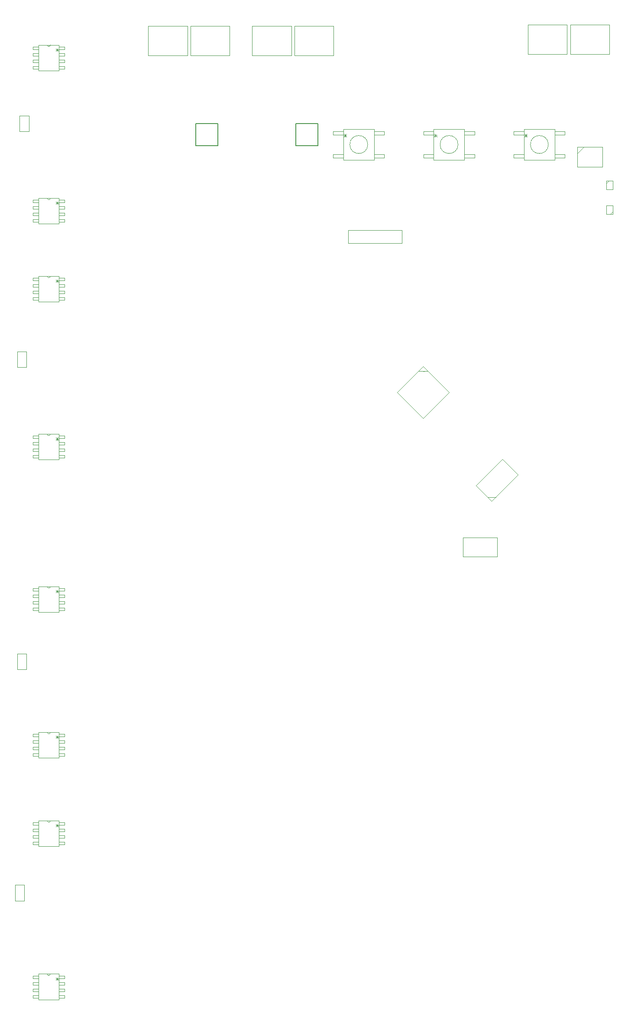
<source format=gbr>
%TF.GenerationSoftware,Altium Limited,Altium Designer,21.6.4 (81)*%
G04 Layer_Color=16711935*
%FSLAX43Y43*%
%MOMM*%
%TF.SameCoordinates,A962B9D3-E780-4B03-8A10-E236CC36F35F*%
%TF.FilePolarity,Positive*%
%TF.FileFunction,Other,Mechanical_13*%
%TF.Part,Single*%
G01*
G75*
%TA.AperFunction,NonConductor*%
%ADD139C,0.200*%
%ADD143C,0.076*%
%ADD185C,0.100*%
%ADD201C,0.000*%
%ADD202C,0.025*%
D139*
X145403Y173660D02*
X149721D01*
Y177978D01*
X145403D02*
X149721D01*
X145403Y173660D02*
Y177978D01*
X125845Y173660D02*
X130163D01*
Y177978D01*
X125845D02*
X130163D01*
X125845Y173660D02*
Y177978D01*
D143*
X99055Y11256D02*
X98522Y10723D01*
X99055D02*
X98522Y11256D01*
X99055Y10990D02*
X98522D01*
X98789Y10723D02*
Y11256D01*
X99055Y58447D02*
X98522Y57914D01*
X99055D02*
X98522Y58447D01*
X99055Y58181D02*
X98522D01*
X98789Y57914D02*
Y58447D01*
X99055Y116676D02*
X98522Y116143D01*
X99055D02*
X98522Y116676D01*
X99055Y116409D02*
X98522D01*
X98789Y116143D02*
Y116676D01*
X172441Y175939D02*
X172975Y175406D01*
X172441D02*
X172975Y175939D01*
X172441Y175673D02*
X172975D01*
X172708Y175406D02*
Y175939D01*
X154788D02*
X155322Y175406D01*
X154788D02*
X155322Y175939D01*
X154788Y175673D02*
X155322D01*
X155055Y175406D02*
Y175939D01*
X190094D02*
X190628Y175406D01*
X190094D02*
X190628Y175939D01*
X190094Y175673D02*
X190628D01*
X190361Y175406D02*
Y175939D01*
X99055Y162757D02*
X98522Y162224D01*
X99055D02*
X98522Y162757D01*
X99055Y162491D02*
X98522D01*
X98789Y162224D02*
Y162757D01*
X99055Y192683D02*
X98522Y192150D01*
X99055D02*
X98522Y192683D01*
X99055Y192417D02*
X98522D01*
X98789Y192150D02*
Y192683D01*
X99055Y86923D02*
X98522Y86390D01*
X99055D02*
X98522Y86923D01*
X99055Y86657D02*
X98522D01*
X98789Y86390D02*
Y86923D01*
X99055Y147532D02*
X98522Y146999D01*
X99055D02*
X98522Y147532D01*
X99055Y147266D02*
X98522D01*
X98789Y146999D02*
Y147532D01*
X99055Y41178D02*
X98522Y40645D01*
X99055D02*
X98522Y41178D01*
X99055Y40912D02*
X98522D01*
X98789Y40645D02*
Y41178D01*
D185*
X178100Y93450D02*
Y97150D01*
X184800Y93450D02*
Y97150D01*
X178100D02*
X184800D01*
X178100Y93450D02*
X184800D01*
X199060Y191550D02*
X206720D01*
Y197350D01*
X199060D02*
X206720D01*
X199060Y191550D02*
Y197350D01*
X190770Y191550D02*
X198430D01*
Y197350D01*
X190770D02*
X198430D01*
X190770Y191550D02*
Y197350D01*
X116554Y191288D02*
X124214D01*
Y197088D01*
X116554D02*
X124214D01*
X116554Y191288D02*
Y197088D01*
X145129Y191288D02*
X152789D01*
Y197088D01*
X145129D02*
X152789D01*
X145129Y191288D02*
Y197088D01*
X200440Y172206D02*
X201710Y173475D01*
X200440D02*
X205340D01*
Y169576D02*
Y173475D01*
X200440Y169576D02*
X205340D01*
X200440D02*
Y173475D01*
X206863Y160322D02*
X207363Y160822D01*
X206113Y160322D02*
X207363D01*
X206113D02*
Y162022D01*
X207363D01*
Y160322D02*
Y162022D01*
X206163Y166347D02*
X206663Y166847D01*
X206163D02*
X207413D01*
Y165147D02*
Y166847D01*
X206163Y165147D02*
X207413D01*
X206163D02*
Y166847D01*
X182881Y105069D02*
X184543D01*
X180672Y107279D02*
X183712Y104238D01*
X180672Y107279D02*
X185833Y112440D01*
X188874Y109400D01*
X183712Y104238D02*
X188874Y109400D01*
X90934Y133498D02*
X92734D01*
X90934Y130398D02*
X92734D01*
Y133498D01*
X90934Y130398D02*
Y133498D01*
X91425Y179548D02*
X93225D01*
X91425Y176448D02*
X93225D01*
Y179548D01*
X91425Y176448D02*
Y179548D01*
X90979Y74475D02*
X92779D01*
X90979Y71375D02*
X92779D01*
Y74475D01*
X90979Y71375D02*
Y74475D01*
X90562Y29325D02*
X92362D01*
X90562Y26225D02*
X92362D01*
Y29325D01*
X90562Y26225D02*
Y29325D01*
X136874Y191288D02*
Y197088D01*
X144534D01*
Y191288D02*
Y197088D01*
X136874Y191288D02*
X144534D01*
X124809D02*
Y197088D01*
X132469D01*
Y191288D02*
Y197088D01*
X124809Y191288D02*
X132469D01*
X155660Y157143D02*
X166200Y157143D01*
X155660Y154603D02*
Y157143D01*
Y154603D02*
X166200Y154603D01*
Y157143D01*
D201*
X170561Y129563D02*
G03*
X170561Y129563I-76J0D01*
G01*
X96820Y11936D02*
G03*
X97430Y11936I305J0D01*
G01*
X96820Y59127D02*
G03*
X97430Y59127I305J0D01*
G01*
X96820Y117356D02*
G03*
X97430Y117356I305J0D01*
G01*
X177128Y173914D02*
G03*
X177128Y173914I-1753J0D01*
G01*
X159475D02*
G03*
X159475Y173914I-1753J0D01*
G01*
X194781D02*
G03*
X194781Y173914I-1753J0D01*
G01*
X96820Y163437D02*
G03*
X97430Y163437I305J0D01*
G01*
X96820Y193363D02*
G03*
X97430Y193363I305J0D01*
G01*
X96820Y87603D02*
G03*
X97430Y87603I305J0D01*
G01*
X96820Y148212D02*
G03*
X97430Y148212I305J0D01*
G01*
X96820Y41858D02*
G03*
X97430Y41858I305J0D01*
G01*
D202*
X170295Y130567D02*
X175378Y125484D01*
X165212D02*
X170295Y130567D01*
X165212Y125484D02*
X170295Y120401D01*
X175378Y125484D01*
X169397Y129669D02*
X171193Y129669D01*
X99119Y6932D02*
Y11936D01*
X95131D02*
X99119D01*
X95131Y6932D02*
Y11936D01*
Y6932D02*
X99119D01*
X94026Y11593D02*
X95131D01*
X94026Y11085D02*
Y11593D01*
Y11085D02*
X95131D01*
Y11593D01*
X94026Y10323D02*
X95131D01*
X94026Y9815D02*
Y10323D01*
Y9815D02*
X95131D01*
Y10323D01*
X94026Y9053D02*
X95131D01*
X94026Y8545D02*
Y9053D01*
Y8545D02*
X95131D01*
Y9053D01*
X94026Y7783D02*
X95131D01*
X94026Y7275D02*
Y7783D01*
Y7275D02*
X95131D01*
Y7783D01*
X99119Y7275D02*
X100224D01*
Y7783D01*
X99119D02*
X100224D01*
X99119Y7275D02*
Y7783D01*
Y8545D02*
X100224D01*
Y9053D01*
X99119D02*
X100224D01*
X99119Y8545D02*
Y9053D01*
Y9815D02*
X100224D01*
Y10323D01*
X99119D02*
X100224D01*
X99119Y9815D02*
Y10323D01*
Y11085D02*
X100224D01*
Y11593D01*
X99119D02*
X100224D01*
X99119Y11085D02*
Y11593D01*
Y54123D02*
Y59127D01*
X95131D02*
X99119D01*
X95131Y54123D02*
Y59127D01*
Y54123D02*
X99119D01*
X94026Y58784D02*
X95131D01*
X94026Y58276D02*
Y58784D01*
Y58276D02*
X95131D01*
Y58784D01*
X94026Y57514D02*
X95131D01*
X94026Y57006D02*
Y57514D01*
Y57006D02*
X95131D01*
Y57514D01*
X94026Y56244D02*
X95131D01*
X94026Y55736D02*
Y56244D01*
Y55736D02*
X95131D01*
Y56244D01*
X94026Y54974D02*
X95131D01*
X94026Y54466D02*
Y54974D01*
Y54466D02*
X95131D01*
Y54974D01*
X99119Y54466D02*
X100224D01*
Y54974D01*
X99119D02*
X100224D01*
X99119Y54466D02*
Y54974D01*
Y55736D02*
X100224D01*
Y56244D01*
X99119D02*
X100224D01*
X99119Y55736D02*
Y56244D01*
Y57006D02*
X100224D01*
Y57514D01*
X99119D02*
X100224D01*
X99119Y57006D02*
Y57514D01*
Y58276D02*
X100224D01*
Y58784D01*
X99119D02*
X100224D01*
X99119Y58276D02*
Y58784D01*
Y116505D02*
Y117013D01*
X100224D01*
Y116505D02*
Y117013D01*
X99119Y116505D02*
X100224D01*
X99119Y115235D02*
Y115743D01*
X100224D01*
Y115235D02*
Y115743D01*
X99119Y115235D02*
X100224D01*
X99119Y113965D02*
Y114473D01*
X100224D01*
Y113965D02*
Y114473D01*
X99119Y113965D02*
X100224D01*
X99119Y112695D02*
Y113203D01*
X100224D01*
Y112695D02*
Y113203D01*
X99119Y112695D02*
X100224D01*
X95131D02*
Y113203D01*
X94026Y112695D02*
X95131D01*
X94026D02*
Y113203D01*
X95131D01*
Y113965D02*
Y114473D01*
X94026Y113965D02*
X95131D01*
X94026D02*
Y114473D01*
X95131D01*
Y115235D02*
Y115743D01*
X94026Y115235D02*
X95131D01*
X94026D02*
Y115743D01*
X95131D01*
Y116505D02*
Y117013D01*
X94026Y116505D02*
X95131D01*
X94026D02*
Y117013D01*
X95131D01*
Y112352D02*
X99119D01*
X95131D02*
Y117356D01*
X99119D01*
Y112352D02*
Y117356D01*
X172378Y175806D02*
Y176518D01*
X170371D02*
X172378D01*
X170371Y175806D02*
Y176518D01*
Y175806D02*
X172378D01*
Y171311D02*
Y172022D01*
X170371D02*
X172378D01*
X170371Y171311D02*
Y172022D01*
Y171311D02*
X172378D01*
X178372D02*
Y172022D01*
Y171311D02*
X180379D01*
Y172022D01*
X178372D02*
X180379D01*
X178372Y175806D02*
Y176518D01*
Y175806D02*
X180379D01*
Y176518D01*
X178372D02*
X180379D01*
X172378Y170917D02*
X178372D01*
Y176911D01*
X172378D02*
X178372D01*
X172378Y170917D02*
Y176911D01*
X154725Y175806D02*
Y176518D01*
X152718D02*
X154725D01*
X152718Y175806D02*
Y176518D01*
Y175806D02*
X154725D01*
Y171311D02*
Y172022D01*
X152718D02*
X154725D01*
X152718Y171311D02*
Y172022D01*
Y171311D02*
X154725D01*
X160719D02*
Y172022D01*
Y171311D02*
X162726D01*
Y172022D01*
X160719D02*
X162726D01*
X160719Y175806D02*
Y176518D01*
Y175806D02*
X162726D01*
Y176518D01*
X160719D02*
X162726D01*
X154725Y170917D02*
X160719D01*
Y176911D01*
X154725D02*
X160719D01*
X154725Y170917D02*
Y176911D01*
X190031Y175806D02*
Y176518D01*
X188024D02*
X190031D01*
X188024Y175806D02*
Y176518D01*
Y175806D02*
X190031D01*
Y171311D02*
Y172022D01*
X188024D02*
X190031D01*
X188024Y171311D02*
Y172022D01*
Y171311D02*
X190031D01*
X196025D02*
Y172022D01*
Y171311D02*
X198032D01*
Y172022D01*
X196025D02*
X198032D01*
X196025Y175806D02*
Y176518D01*
Y175806D02*
X198032D01*
Y176518D01*
X196025D02*
X198032D01*
X190031Y170917D02*
X196025D01*
Y176911D01*
X190031D02*
X196025D01*
X190031Y170917D02*
Y176911D01*
X99119Y162586D02*
Y163094D01*
X100224D01*
Y162586D02*
Y163094D01*
X99119Y162586D02*
X100224D01*
X99119Y161316D02*
Y161824D01*
X100224D01*
Y161316D02*
Y161824D01*
X99119Y161316D02*
X100224D01*
X99119Y160046D02*
Y160554D01*
X100224D01*
Y160046D02*
Y160554D01*
X99119Y160046D02*
X100224D01*
X99119Y158776D02*
Y159284D01*
X100224D01*
Y158776D02*
Y159284D01*
X99119Y158776D02*
X100224D01*
X95131D02*
Y159284D01*
X94026Y158776D02*
X95131D01*
X94026D02*
Y159284D01*
X95131D01*
Y160046D02*
Y160554D01*
X94026Y160046D02*
X95131D01*
X94026D02*
Y160554D01*
X95131D01*
Y161316D02*
Y161824D01*
X94026Y161316D02*
X95131D01*
X94026D02*
Y161824D01*
X95131D01*
Y162586D02*
Y163094D01*
X94026Y162586D02*
X95131D01*
X94026D02*
Y163094D01*
X95131D01*
Y158433D02*
X99119D01*
X95131D02*
Y163437D01*
X99119D01*
Y158433D02*
Y163437D01*
Y192512D02*
Y193020D01*
X100224D01*
Y192512D02*
Y193020D01*
X99119Y192512D02*
X100224D01*
X99119Y191242D02*
Y191750D01*
X100224D01*
Y191242D02*
Y191750D01*
X99119Y191242D02*
X100224D01*
X99119Y189972D02*
Y190480D01*
X100224D01*
Y189972D02*
Y190480D01*
X99119Y189972D02*
X100224D01*
X99119Y188702D02*
Y189210D01*
X100224D01*
Y188702D02*
Y189210D01*
X99119Y188702D02*
X100224D01*
X95131D02*
Y189210D01*
X94026Y188702D02*
X95131D01*
X94026D02*
Y189210D01*
X95131D01*
Y189972D02*
Y190480D01*
X94026Y189972D02*
X95131D01*
X94026D02*
Y190480D01*
X95131D01*
Y191242D02*
Y191750D01*
X94026Y191242D02*
X95131D01*
X94026D02*
Y191750D01*
X95131D01*
Y192512D02*
Y193020D01*
X94026Y192512D02*
X95131D01*
X94026D02*
Y193020D01*
X95131D01*
Y188359D02*
X99119D01*
X95131D02*
Y193363D01*
X99119D01*
Y188359D02*
Y193363D01*
Y86752D02*
Y87260D01*
X100224D01*
Y86752D02*
Y87260D01*
X99119Y86752D02*
X100224D01*
X99119Y85482D02*
Y85990D01*
X100224D01*
Y85482D02*
Y85990D01*
X99119Y85482D02*
X100224D01*
X99119Y84212D02*
Y84720D01*
X100224D01*
Y84212D02*
Y84720D01*
X99119Y84212D02*
X100224D01*
X99119Y82942D02*
Y83450D01*
X100224D01*
Y82942D02*
Y83450D01*
X99119Y82942D02*
X100224D01*
X95131D02*
Y83450D01*
X94026Y82942D02*
X95131D01*
X94026D02*
Y83450D01*
X95131D01*
Y84212D02*
Y84720D01*
X94026Y84212D02*
X95131D01*
X94026D02*
Y84720D01*
X95131D01*
Y85482D02*
Y85990D01*
X94026Y85482D02*
X95131D01*
X94026D02*
Y85990D01*
X95131D01*
Y86752D02*
Y87260D01*
X94026Y86752D02*
X95131D01*
X94026D02*
Y87260D01*
X95131D01*
Y82599D02*
X99119D01*
X95131D02*
Y87603D01*
X99119D01*
Y82599D02*
Y87603D01*
Y147361D02*
Y147869D01*
X100224D01*
Y147361D02*
Y147869D01*
X99119Y147361D02*
X100224D01*
X99119Y146091D02*
Y146599D01*
X100224D01*
Y146091D02*
Y146599D01*
X99119Y146091D02*
X100224D01*
X99119Y144821D02*
Y145329D01*
X100224D01*
Y144821D02*
Y145329D01*
X99119Y144821D02*
X100224D01*
X99119Y143551D02*
Y144059D01*
X100224D01*
Y143551D02*
Y144059D01*
X99119Y143551D02*
X100224D01*
X95131D02*
Y144059D01*
X94026Y143551D02*
X95131D01*
X94026D02*
Y144059D01*
X95131D01*
Y144821D02*
Y145329D01*
X94026Y144821D02*
X95131D01*
X94026D02*
Y145329D01*
X95131D01*
Y146091D02*
Y146599D01*
X94026Y146091D02*
X95131D01*
X94026D02*
Y146599D01*
X95131D01*
Y147361D02*
Y147869D01*
X94026Y147361D02*
X95131D01*
X94026D02*
Y147869D01*
X95131D01*
Y143208D02*
X99119D01*
X95131D02*
Y148212D01*
X99119D01*
Y143208D02*
Y148212D01*
Y41007D02*
Y41515D01*
X100224D01*
Y41007D02*
Y41515D01*
X99119Y41007D02*
X100224D01*
X99119Y39737D02*
Y40245D01*
X100224D01*
Y39737D02*
Y40245D01*
X99119Y39737D02*
X100224D01*
X99119Y38467D02*
Y38975D01*
X100224D01*
Y38467D02*
Y38975D01*
X99119Y38467D02*
X100224D01*
X99119Y37197D02*
Y37705D01*
X100224D01*
Y37197D02*
Y37705D01*
X99119Y37197D02*
X100224D01*
X95131D02*
Y37705D01*
X94026Y37197D02*
X95131D01*
X94026D02*
Y37705D01*
X95131D01*
Y38467D02*
Y38975D01*
X94026Y38467D02*
X95131D01*
X94026D02*
Y38975D01*
X95131D01*
Y39737D02*
Y40245D01*
X94026Y39737D02*
X95131D01*
X94026D02*
Y40245D01*
X95131D01*
Y41007D02*
Y41515D01*
X94026Y41007D02*
X95131D01*
X94026D02*
Y41515D01*
X95131D01*
Y36854D02*
X99119D01*
X95131D02*
Y41858D01*
X99119D01*
Y36854D02*
Y41858D01*
%TF.MD5,1fd2536e4ee163a5c5ec4b1ae7557d94*%
M02*

</source>
